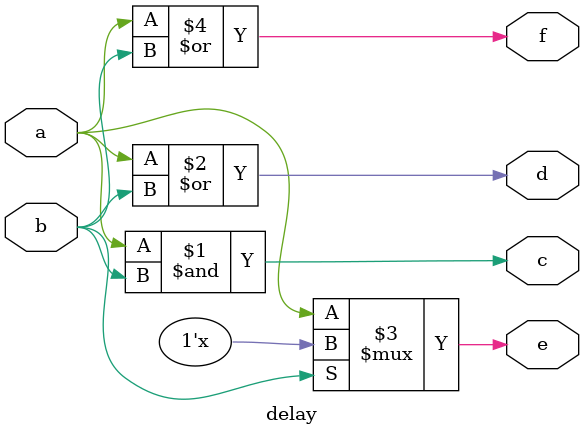
<source format=v>
module  delay (	input a, b,
				output c, d, e, f);


    //rise, fall and turn-off delay are all 0.11
	and #(0.11) (c, a, b);
	//rise delay = 0.1, fall dalay = 0.2, trun-off delay = 0.2
	or #(0.1, 0.2) (d, a, b);
	//rise delay = 0.2, fall dalay = 0.1, trun-off delay = 0.3
	bufif0 #(0.2, 0.1, 0.3) (e, a, b);
	
	or #(0.1:0.2:0.3, 0.3:0.4:0.5) (f, a, b);

		
endmodule
</source>
